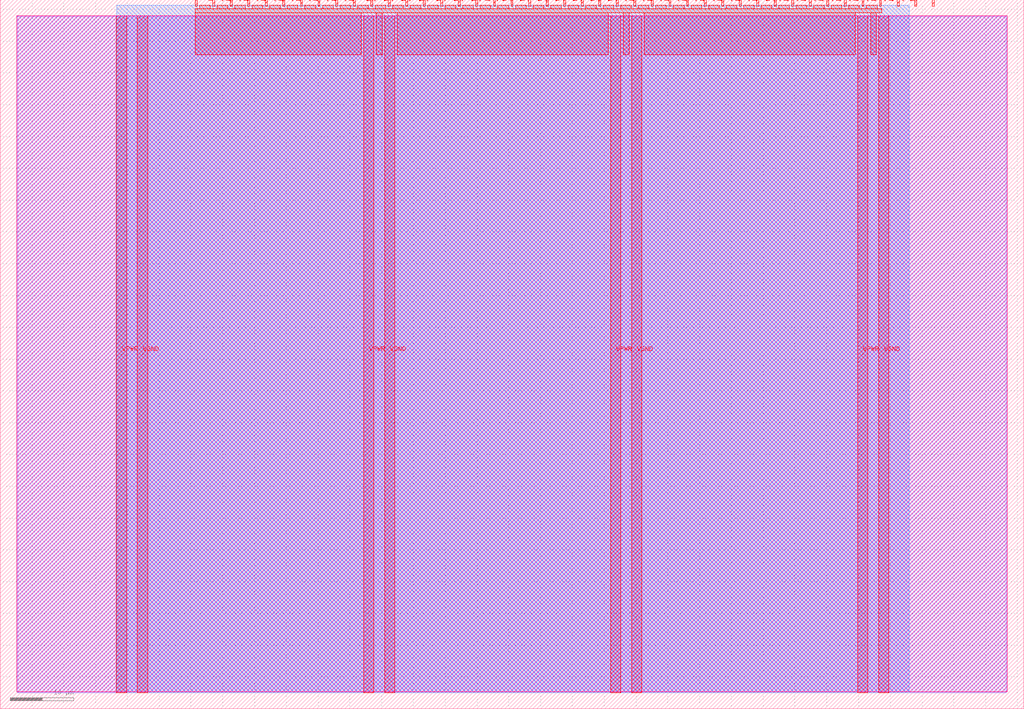
<source format=lef>
VERSION 5.7 ;
  NOWIREEXTENSIONATPIN ON ;
  DIVIDERCHAR "/" ;
  BUSBITCHARS "[]" ;
MACRO tt_um_C6_array_multiplier
  CLASS BLOCK ;
  FOREIGN tt_um_C6_array_multiplier ;
  ORIGIN 0.000 0.000 ;
  SIZE 161.000 BY 111.520 ;
  PIN VGND
    DIRECTION INOUT ;
    USE GROUND ;
    PORT
      LAYER met4 ;
        RECT 21.580 2.480 23.180 109.040 ;
    END
    PORT
      LAYER met4 ;
        RECT 60.450 2.480 62.050 109.040 ;
    END
    PORT
      LAYER met4 ;
        RECT 99.320 2.480 100.920 109.040 ;
    END
    PORT
      LAYER met4 ;
        RECT 138.190 2.480 139.790 109.040 ;
    END
  END VGND
  PIN VPWR
    DIRECTION INOUT ;
    USE POWER ;
    PORT
      LAYER met4 ;
        RECT 18.280 2.480 19.880 109.040 ;
    END
    PORT
      LAYER met4 ;
        RECT 57.150 2.480 58.750 109.040 ;
    END
    PORT
      LAYER met4 ;
        RECT 96.020 2.480 97.620 109.040 ;
    END
    PORT
      LAYER met4 ;
        RECT 134.890 2.480 136.490 109.040 ;
    END
  END VPWR
  PIN clk
    DIRECTION INPUT ;
    USE SIGNAL ;
    PORT
      LAYER met4 ;
        RECT 143.830 110.520 144.130 111.520 ;
    END
  END clk
  PIN ena
    DIRECTION INPUT ;
    USE SIGNAL ;
    PORT
      LAYER met4 ;
        RECT 146.590 110.520 146.890 111.520 ;
    END
  END ena
  PIN rst_n
    DIRECTION INPUT ;
    USE SIGNAL ;
    PORT
      LAYER met4 ;
        RECT 141.070 110.520 141.370 111.520 ;
    END
  END rst_n
  PIN ui_in[0]
    DIRECTION INPUT ;
    USE SIGNAL ;
    ANTENNAGATEAREA 0.213000 ;
    PORT
      LAYER met4 ;
        RECT 138.310 110.520 138.610 111.520 ;
    END
  END ui_in[0]
  PIN ui_in[1]
    DIRECTION INPUT ;
    USE SIGNAL ;
    ANTENNAGATEAREA 0.159000 ;
    PORT
      LAYER met4 ;
        RECT 135.550 110.520 135.850 111.520 ;
    END
  END ui_in[1]
  PIN ui_in[2]
    DIRECTION INPUT ;
    USE SIGNAL ;
    ANTENNAGATEAREA 0.213000 ;
    PORT
      LAYER met4 ;
        RECT 132.790 110.520 133.090 111.520 ;
    END
  END ui_in[2]
  PIN ui_in[3]
    DIRECTION INPUT ;
    USE SIGNAL ;
    ANTENNAGATEAREA 0.126000 ;
    PORT
      LAYER met4 ;
        RECT 130.030 110.520 130.330 111.520 ;
    END
  END ui_in[3]
  PIN ui_in[4]
    DIRECTION INPUT ;
    USE SIGNAL ;
    ANTENNAGATEAREA 0.126000 ;
    PORT
      LAYER met4 ;
        RECT 127.270 110.520 127.570 111.520 ;
    END
  END ui_in[4]
  PIN ui_in[5]
    DIRECTION INPUT ;
    USE SIGNAL ;
    ANTENNAGATEAREA 0.213000 ;
    PORT
      LAYER met4 ;
        RECT 124.510 110.520 124.810 111.520 ;
    END
  END ui_in[5]
  PIN ui_in[6]
    DIRECTION INPUT ;
    USE SIGNAL ;
    ANTENNAGATEAREA 0.159000 ;
    PORT
      LAYER met4 ;
        RECT 121.750 110.520 122.050 111.520 ;
    END
  END ui_in[6]
  PIN ui_in[7]
    DIRECTION INPUT ;
    USE SIGNAL ;
    ANTENNAGATEAREA 0.159000 ;
    PORT
      LAYER met4 ;
        RECT 118.990 110.520 119.290 111.520 ;
    END
  END ui_in[7]
  PIN uio_in[0]
    DIRECTION INPUT ;
    USE SIGNAL ;
    PORT
      LAYER met4 ;
        RECT 116.230 110.520 116.530 111.520 ;
    END
  END uio_in[0]
  PIN uio_in[1]
    DIRECTION INPUT ;
    USE SIGNAL ;
    PORT
      LAYER met4 ;
        RECT 113.470 110.520 113.770 111.520 ;
    END
  END uio_in[1]
  PIN uio_in[2]
    DIRECTION INPUT ;
    USE SIGNAL ;
    PORT
      LAYER met4 ;
        RECT 110.710 110.520 111.010 111.520 ;
    END
  END uio_in[2]
  PIN uio_in[3]
    DIRECTION INPUT ;
    USE SIGNAL ;
    PORT
      LAYER met4 ;
        RECT 107.950 110.520 108.250 111.520 ;
    END
  END uio_in[3]
  PIN uio_in[4]
    DIRECTION INPUT ;
    USE SIGNAL ;
    PORT
      LAYER met4 ;
        RECT 105.190 110.520 105.490 111.520 ;
    END
  END uio_in[4]
  PIN uio_in[5]
    DIRECTION INPUT ;
    USE SIGNAL ;
    PORT
      LAYER met4 ;
        RECT 102.430 110.520 102.730 111.520 ;
    END
  END uio_in[5]
  PIN uio_in[6]
    DIRECTION INPUT ;
    USE SIGNAL ;
    PORT
      LAYER met4 ;
        RECT 99.670 110.520 99.970 111.520 ;
    END
  END uio_in[6]
  PIN uio_in[7]
    DIRECTION INPUT ;
    USE SIGNAL ;
    PORT
      LAYER met4 ;
        RECT 96.910 110.520 97.210 111.520 ;
    END
  END uio_in[7]
  PIN uio_oe[0]
    DIRECTION OUTPUT ;
    USE SIGNAL ;
    PORT
      LAYER met4 ;
        RECT 49.990 110.520 50.290 111.520 ;
    END
  END uio_oe[0]
  PIN uio_oe[1]
    DIRECTION OUTPUT ;
    USE SIGNAL ;
    PORT
      LAYER met4 ;
        RECT 47.230 110.520 47.530 111.520 ;
    END
  END uio_oe[1]
  PIN uio_oe[2]
    DIRECTION OUTPUT ;
    USE SIGNAL ;
    PORT
      LAYER met4 ;
        RECT 44.470 110.520 44.770 111.520 ;
    END
  END uio_oe[2]
  PIN uio_oe[3]
    DIRECTION OUTPUT ;
    USE SIGNAL ;
    PORT
      LAYER met4 ;
        RECT 41.710 110.520 42.010 111.520 ;
    END
  END uio_oe[3]
  PIN uio_oe[4]
    DIRECTION OUTPUT ;
    USE SIGNAL ;
    PORT
      LAYER met4 ;
        RECT 38.950 110.520 39.250 111.520 ;
    END
  END uio_oe[4]
  PIN uio_oe[5]
    DIRECTION OUTPUT ;
    USE SIGNAL ;
    PORT
      LAYER met4 ;
        RECT 36.190 110.520 36.490 111.520 ;
    END
  END uio_oe[5]
  PIN uio_oe[6]
    DIRECTION OUTPUT ;
    USE SIGNAL ;
    PORT
      LAYER met4 ;
        RECT 33.430 110.520 33.730 111.520 ;
    END
  END uio_oe[6]
  PIN uio_oe[7]
    DIRECTION OUTPUT ;
    USE SIGNAL ;
    PORT
      LAYER met4 ;
        RECT 30.670 110.520 30.970 111.520 ;
    END
  END uio_oe[7]
  PIN uio_out[0]
    DIRECTION OUTPUT ;
    USE SIGNAL ;
    PORT
      LAYER met4 ;
        RECT 72.070 110.520 72.370 111.520 ;
    END
  END uio_out[0]
  PIN uio_out[1]
    DIRECTION OUTPUT ;
    USE SIGNAL ;
    PORT
      LAYER met4 ;
        RECT 69.310 110.520 69.610 111.520 ;
    END
  END uio_out[1]
  PIN uio_out[2]
    DIRECTION OUTPUT ;
    USE SIGNAL ;
    PORT
      LAYER met4 ;
        RECT 66.550 110.520 66.850 111.520 ;
    END
  END uio_out[2]
  PIN uio_out[3]
    DIRECTION OUTPUT ;
    USE SIGNAL ;
    PORT
      LAYER met4 ;
        RECT 63.790 110.520 64.090 111.520 ;
    END
  END uio_out[3]
  PIN uio_out[4]
    DIRECTION OUTPUT ;
    USE SIGNAL ;
    PORT
      LAYER met4 ;
        RECT 61.030 110.520 61.330 111.520 ;
    END
  END uio_out[4]
  PIN uio_out[5]
    DIRECTION OUTPUT ;
    USE SIGNAL ;
    PORT
      LAYER met4 ;
        RECT 58.270 110.520 58.570 111.520 ;
    END
  END uio_out[5]
  PIN uio_out[6]
    DIRECTION OUTPUT ;
    USE SIGNAL ;
    PORT
      LAYER met4 ;
        RECT 55.510 110.520 55.810 111.520 ;
    END
  END uio_out[6]
  PIN uio_out[7]
    DIRECTION OUTPUT ;
    USE SIGNAL ;
    PORT
      LAYER met4 ;
        RECT 52.750 110.520 53.050 111.520 ;
    END
  END uio_out[7]
  PIN uo_out[0]
    DIRECTION OUTPUT ;
    USE SIGNAL ;
    ANTENNADIFFAREA 0.643500 ;
    PORT
      LAYER met4 ;
        RECT 94.150 110.520 94.450 111.520 ;
    END
  END uo_out[0]
  PIN uo_out[1]
    DIRECTION OUTPUT ;
    USE SIGNAL ;
    ANTENNADIFFAREA 0.445500 ;
    PORT
      LAYER met4 ;
        RECT 91.390 110.520 91.690 111.520 ;
    END
  END uo_out[1]
  PIN uo_out[2]
    DIRECTION OUTPUT ;
    USE SIGNAL ;
    ANTENNADIFFAREA 0.445500 ;
    PORT
      LAYER met4 ;
        RECT 88.630 110.520 88.930 111.520 ;
    END
  END uo_out[2]
  PIN uo_out[3]
    DIRECTION OUTPUT ;
    USE SIGNAL ;
    ANTENNADIFFAREA 0.445500 ;
    PORT
      LAYER met4 ;
        RECT 85.870 110.520 86.170 111.520 ;
    END
  END uo_out[3]
  PIN uo_out[4]
    DIRECTION OUTPUT ;
    USE SIGNAL ;
    ANTENNADIFFAREA 0.445500 ;
    PORT
      LAYER met4 ;
        RECT 83.110 110.520 83.410 111.520 ;
    END
  END uo_out[4]
  PIN uo_out[5]
    DIRECTION OUTPUT ;
    USE SIGNAL ;
    ANTENNADIFFAREA 0.445500 ;
    PORT
      LAYER met4 ;
        RECT 80.350 110.520 80.650 111.520 ;
    END
  END uo_out[5]
  PIN uo_out[6]
    DIRECTION OUTPUT ;
    USE SIGNAL ;
    ANTENNADIFFAREA 0.795200 ;
    PORT
      LAYER met4 ;
        RECT 77.590 110.520 77.890 111.520 ;
    END
  END uo_out[6]
  PIN uo_out[7]
    DIRECTION OUTPUT ;
    USE SIGNAL ;
    ANTENNADIFFAREA 0.445500 ;
    PORT
      LAYER met4 ;
        RECT 74.830 110.520 75.130 111.520 ;
    END
  END uo_out[7]
  OBS
      LAYER nwell ;
        RECT 2.570 2.635 158.430 108.990 ;
      LAYER li1 ;
        RECT 2.760 2.635 158.240 108.885 ;
      LAYER met1 ;
        RECT 2.760 2.480 158.240 109.040 ;
      LAYER met2 ;
        RECT 18.310 2.535 142.970 110.685 ;
      LAYER met3 ;
        RECT 18.290 2.555 142.995 110.665 ;
      LAYER met4 ;
        RECT 31.370 110.120 33.030 110.665 ;
        RECT 34.130 110.120 35.790 110.665 ;
        RECT 36.890 110.120 38.550 110.665 ;
        RECT 39.650 110.120 41.310 110.665 ;
        RECT 42.410 110.120 44.070 110.665 ;
        RECT 45.170 110.120 46.830 110.665 ;
        RECT 47.930 110.120 49.590 110.665 ;
        RECT 50.690 110.120 52.350 110.665 ;
        RECT 53.450 110.120 55.110 110.665 ;
        RECT 56.210 110.120 57.870 110.665 ;
        RECT 58.970 110.120 60.630 110.665 ;
        RECT 61.730 110.120 63.390 110.665 ;
        RECT 64.490 110.120 66.150 110.665 ;
        RECT 67.250 110.120 68.910 110.665 ;
        RECT 70.010 110.120 71.670 110.665 ;
        RECT 72.770 110.120 74.430 110.665 ;
        RECT 75.530 110.120 77.190 110.665 ;
        RECT 78.290 110.120 79.950 110.665 ;
        RECT 81.050 110.120 82.710 110.665 ;
        RECT 83.810 110.120 85.470 110.665 ;
        RECT 86.570 110.120 88.230 110.665 ;
        RECT 89.330 110.120 90.990 110.665 ;
        RECT 92.090 110.120 93.750 110.665 ;
        RECT 94.850 110.120 96.510 110.665 ;
        RECT 97.610 110.120 99.270 110.665 ;
        RECT 100.370 110.120 102.030 110.665 ;
        RECT 103.130 110.120 104.790 110.665 ;
        RECT 105.890 110.120 107.550 110.665 ;
        RECT 108.650 110.120 110.310 110.665 ;
        RECT 111.410 110.120 113.070 110.665 ;
        RECT 114.170 110.120 115.830 110.665 ;
        RECT 116.930 110.120 118.590 110.665 ;
        RECT 119.690 110.120 121.350 110.665 ;
        RECT 122.450 110.120 124.110 110.665 ;
        RECT 125.210 110.120 126.870 110.665 ;
        RECT 127.970 110.120 129.630 110.665 ;
        RECT 130.730 110.120 132.390 110.665 ;
        RECT 133.490 110.120 135.150 110.665 ;
        RECT 136.250 110.120 137.910 110.665 ;
        RECT 30.655 109.440 138.625 110.120 ;
        RECT 30.655 102.855 56.750 109.440 ;
        RECT 59.150 102.855 60.050 109.440 ;
        RECT 62.450 102.855 95.620 109.440 ;
        RECT 98.020 102.855 98.920 109.440 ;
        RECT 101.320 102.855 134.490 109.440 ;
        RECT 136.890 102.855 137.790 109.440 ;
  END
END tt_um_C6_array_multiplier
END LIBRARY


</source>
